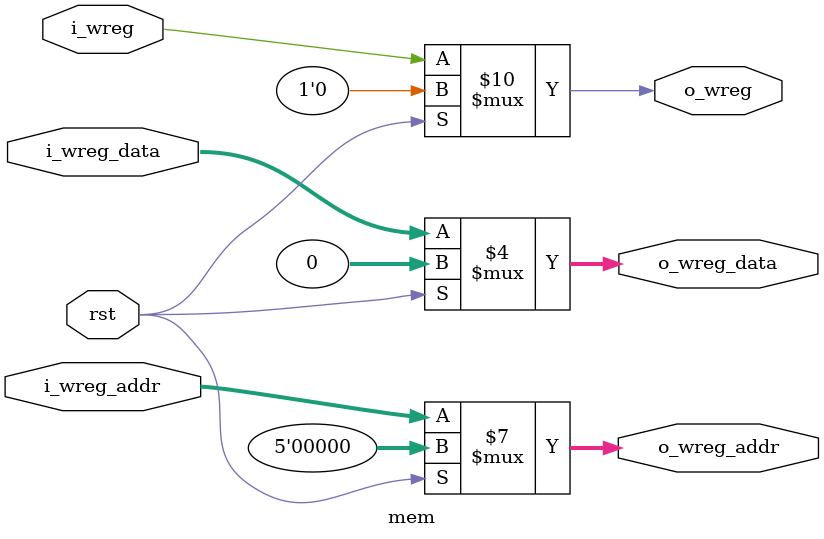
<source format=v>
`timescale 1ns / 1ps


module mem(
    input wire rst,
    input wire i_wreg,
    input wire[4:0] i_wreg_addr,
    input wire[31:0] i_wreg_data,
    
    output reg o_wreg,
    output reg[4:0] o_wreg_addr,
    output reg[31:0] o_wreg_data
    );

always @(*)
begin
    if (rst == 1'b1)
    begin
        o_wreg <= 1'b0;
        o_wreg_addr <= 5'b0;
        o_wreg_data <= 32'h0;
    end
else
    begin
        o_wreg <= i_wreg;
        o_wreg_addr <= i_wreg_addr;
        o_wreg_data <= i_wreg_data;
    end
end

endmodule

</source>
